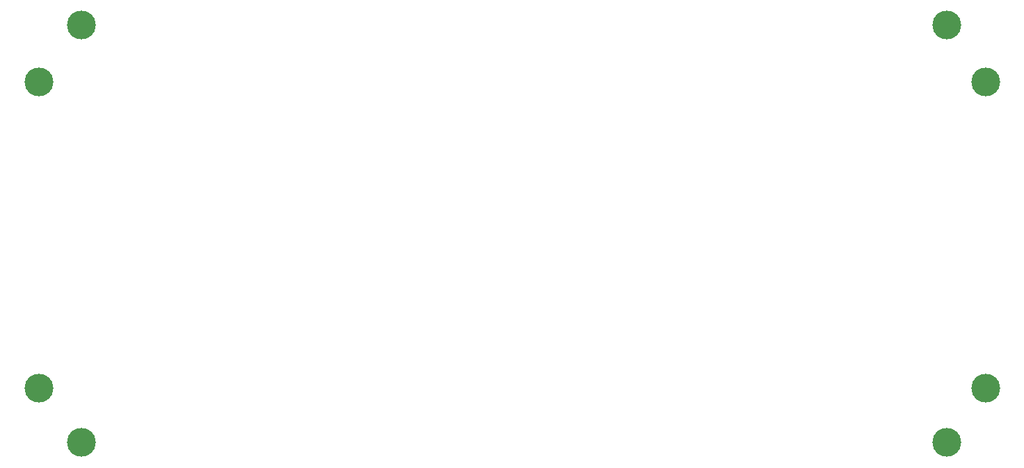
<source format=gbr>
%TF.GenerationSoftware,KiCad,Pcbnew,(6.0.4-0)*%
%TF.CreationDate,2022-05-07T16:42:37+02:00*%
%TF.ProjectId,AluminumCover,416c756d-696e-4756-9d43-6f7665722e6b,rev?*%
%TF.SameCoordinates,Original*%
%TF.FileFunction,Soldermask,Top*%
%TF.FilePolarity,Negative*%
%FSLAX46Y46*%
G04 Gerber Fmt 4.6, Leading zero omitted, Abs format (unit mm)*
G04 Created by KiCad (PCBNEW (6.0.4-0)) date 2022-05-07 16:42:37*
%MOMM*%
%LPD*%
G01*
G04 APERTURE LIST*
%ADD10C,3.500000*%
G04 APERTURE END LIST*
D10*
%TO.C,P8*%
X91671646Y-115748554D03*
%TD*%
%TO.C,P7*%
X202171646Y-71468554D03*
%TD*%
%TO.C,P6*%
X91671646Y-78358554D03*
%TD*%
%TO.C,P5*%
X202171646Y-122338554D03*
%TD*%
%TO.C,P4*%
X96881646Y-122338554D03*
%TD*%
%TO.C,P3*%
X206887046Y-115748554D03*
%TD*%
%TO.C,P2*%
X206887046Y-78358554D03*
%TD*%
%TO.C,P1*%
X96881646Y-71468554D03*
%TD*%
M02*

</source>
